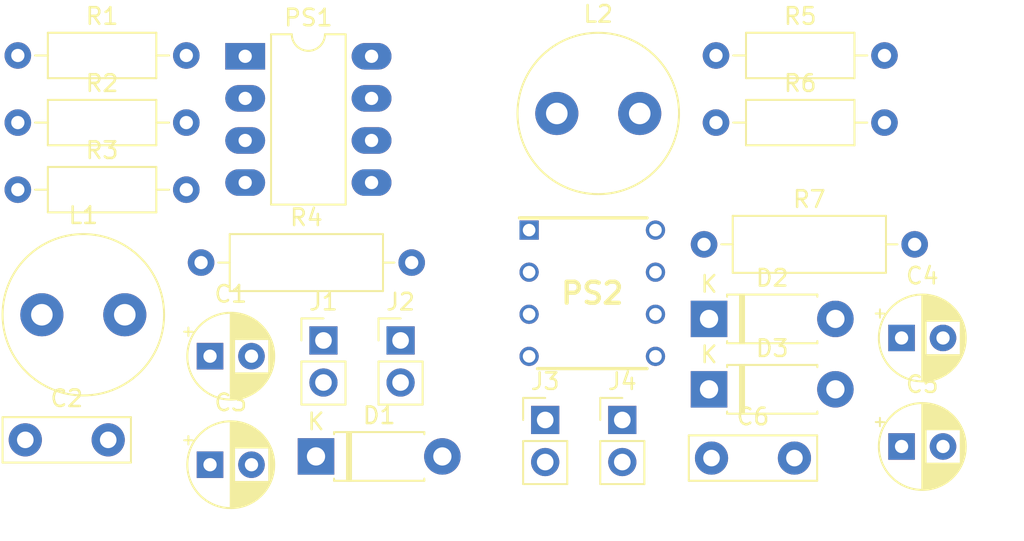
<source format=kicad_pcb>
(kicad_pcb (version 20240108) (generator "pcbnew") (generator_version "8.0")
  (layers (0 "F.Cu" signal) (31 "B.Cu" signal) (34 "B.Paste" user) (35 "F.Paste" user) (36 "B.SilkS" user "B.Silkscreen") (37 "F.SilkS" user "F.Silkscreen") (38 "B.Mask" user) (39 "F.Mask" user) (44 "Edge.Cuts" user))
  (net 0 "")
  (net 1 "VinB")
  (net 2 "GNDB")
  (net 3 "Net-(PS1-CT)")
  (net 4 "VoutB")
  (net 5 "GNDI")
  (net 6 "VoutI")
  (net 7 "VinI")
  (net 8 "Net-(PS2-CT)")
  (net 9 "Net-(D1-A)")
  (net 10 "Net-(D2-K)")
  (net 11 "Net-(D3-A)")
  (net 12 "Net-(PS1-SI)")
  (net 13 "Net-(PS1-CD)")
  (net 14 "Net-(PS1-IN+)")
  (net 15 "Net-(PS2-CD)")
  (net 16 "Net-(PS2-IN+)")
  (footprint "Capacitor_THT:CP_Radial_D5.0mm_P2.50mm" (layer "F.Cu") (at 141.772 68.326)
    (property "Reference" "C5" (at 1.25 -3.75 0) (layer "F.SilkS"))
    (property "Value" "100uF/25V")
    (pad "1" thru_hole rect (at 0 0) (size 1.6 1.6) (drill 0.8) (layers "*.Cu" "*.Mask") (net 7 "VinI"))
    (pad "2" thru_hole circle (at 2.5 0) (size 1.6 1.6) (drill 0.8) (layers "*.Cu" "*.Mask") (net 5 "GNDI"))
  )
  (footprint "Diode_THT:D_DO-41_SOD81_P7.62mm_Horizontal" (layer "F.Cu") (at 130.162225 64.876)
    (property "Reference" "D3" (at 3.81 -2.47 0) (layer "F.SilkS"))
    (property "Value" "D_Schottky")
    (fp_text user "K" (at 0 -2.1 0) (layer "F.SilkS"))
    (pad "1" thru_hole rect (at 0 0) (size 2.2 2.2) (drill 1.1) (layers "*.Cu" "*.Mask") (net 10 "Net-(D2-K)"))
    (pad "2" thru_hole oval (at 7.62 0) (size 2.2 2.2) (drill 1.1) (layers "*.Cu" "*.Mask") (net 11 "Net-(D3-A)"))
  )
  (footprint "Resistor_THT:R_Axial_DIN0207_L6.3mm_D2.5mm_P10.16mm_Horizontal" (layer "F.Cu") (at 88.482225 48.776)
    (property "Reference" "R2" (at 5.08 -2.37 0) (layer "F.SilkS"))
    (property "Value" "13K")
    (pad "1" thru_hole circle (at 0 0) (size 1.6 1.6) (drill 0.8) (layers "*.Cu" "*.Mask") (net 4 "VoutB"))
    (pad "2" thru_hole oval (at 10.16 0) (size 1.6 1.6) (drill 0.8) (layers "*.Cu" "*.Mask") (net 14 "Net-(PS1-IN+)"))
  )
  (footprint "Capacitor_THT:CP_Radial_D5.0mm_P2.50mm" (layer "F.Cu") (at 141.772 61.776)
    (property "Reference" "C4" (at 1.25 -3.75 0) (layer "F.SilkS"))
    (property "Value" "Co_1000uF/25V")
    (pad "1" thru_hole rect (at 0 0) (size 1.6 1.6) (drill 0.8) (layers "*.Cu" "*.Mask") (net 5 "GNDI"))
    (pad "2" thru_hole circle (at 2.5 0) (size 1.6 1.6) (drill 0.8) (layers "*.Cu" "*.Mask") (net 6 "VoutI"))
  )
  (footprint "Connector_PinHeader_2.54mm:PinHeader_1x02_P2.54mm_Vertical" (layer "F.Cu") (at 106.912225 61.926)
    (property "Reference" "J1" (at 0 -2.33 0) (layer "F.SilkS"))
    (property "Value" "Conn_01x02")
    (pad "1" thru_hole rect (at 0 0) (size 1.7 1.7) (drill 1) (layers "*.Cu" "*.Mask") (net 1 "VinB"))
    (pad "2" thru_hole oval (at 0 2.54) (size 1.7 1.7) (drill 1) (layers "*.Cu" "*.Mask") (net 2 "GNDB"))
  )
  (footprint "Resistor_THT:R_Axial_DIN0207_L6.3mm_D2.5mm_P10.16mm_Horizontal" (layer "F.Cu") (at 88.482225 44.726)
    (property "Reference" "R1" (at 5.08 -2.37 0) (layer "F.SilkS"))
    (property "Value" "180")
    (pad "1" thru_hole circle (at 0 0) (size 1.6 1.6) (drill 0.8) (layers "*.Cu" "*.Mask") (net 13 "Net-(PS1-CD)"))
    (pad "2" thru_hole oval (at 10.16 0) (size 1.6 1.6) (drill 0.8) (layers "*.Cu" "*.Mask") (net 12 "Net-(PS1-SI)"))
  )
  (footprint "Diode_THT:D_DO-41_SOD81_P7.62mm_Horizontal" (layer "F.Cu") (at 130.162225 60.626)
    (property "Reference" "D2" (at 3.81 -2.47 0) (layer "F.SilkS"))
    (property "Value" "D_Schottky")
    (fp_text user "K" (at 0 -2.1 0) (layer "F.SilkS"))
    (pad "1" thru_hole rect (at 0 0) (size 2.2 2.2) (drill 1.1) (layers "*.Cu" "*.Mask") (net 10 "Net-(D2-K)"))
    (pad "2" thru_hole oval (at 7.62 0) (size 2.2 2.2) (drill 1.1) (layers "*.Cu" "*.Mask") (net 6 "VoutI"))
  )
  (footprint "Capacitor_THT:C_Disc_D7.5mm_W2.5mm_P5.00mm" (layer "F.Cu") (at 130.312225 69.026)
    (property "Reference" "C6" (at 2.5 -2.5 0) (layer "F.SilkS"))
    (property "Value" "Ct_480pF")
    (pad "1" thru_hole circle (at 0 0) (size 2 2) (drill 1) (layers "*.Cu" "*.Mask") (net 6 "VoutI"))
    (pad "2" thru_hole circle (at 5 0) (size 2 2) (drill 1) (layers "*.Cu" "*.Mask") (net 8 "Net-(PS2-CT)"))
  )
  (footprint "SamacSys_Parts:DIP762W56P254L880H425Q8N" (layer "F.Cu") (at 123.122225 59.076)
    (property "Reference" "PS2" (at 0 0 0) (layer "F.SilkS") (effects (font (size 1.27 1.27) (thickness 0.254))))
    (property "Value" "NJM2374AD" (hide yes))
    (pad "1" thru_hole rect (at -3.81 -3.81) (size 1.16 1.16) (drill 0.76) (layers "*.Cu" "*.Mask") (net 15 "Net-(PS2-CD)"))
    (pad "2" thru_hole circle (at -3.81 -1.27) (size 1.16 1.16) (drill 0.76) (layers "*.Cu" "*.Mask") (net 11 "Net-(D3-A)"))
    (pad "3" thru_hole circle (at -3.81 1.27) (size 1.16 1.16) (drill 0.76) (layers "*.Cu" "*.Mask") (net 8 "Net-(PS2-CT)"))
    (pad "4" thru_hole circle (at -3.81 3.81) (size 1.16 1.16) (drill 0.76) (layers "*.Cu" "*.Mask") (net 6 "VoutI"))
    (pad "5" thru_hole circle (at 3.81 3.81) (size 1.16 1.16) (drill 0.76) (layers "*.Cu" "*.Mask") (net 16 "Net-(PS2-IN+)"))
    (pad "6" thru_hole circle (at 3.81 1.27) (size 1.16 1.16) (drill 0.76) (layers "*.Cu" "*.Mask") (net 7 "VinI"))
    (pad "7" thru_hole circle (at 3.81 -1.27) (size 1.16 1.16) (drill 0.76) (layers "*.Cu" "*.Mask") (net 15 "Net-(PS2-CD)"))
    (pad "8" thru_hole circle (at 3.81 -3.81) (size 1.16 1.16) (drill 0.76) (layers "*.Cu" "*.Mask") (net 15 "Net-(PS2-CD)"))
  )
  (footprint "Resistor_THT:R_Axial_DIN0207_L6.3mm_D2.5mm_P10.16mm_Horizontal" (layer "F.Cu") (at 130.582225 44.726)
    (property "Reference" "R5" (at 5.08 -2.37 0) (layer "F.SilkS"))
    (property "Value" "1.5K")
    (pad "1" thru_hole circle (at 0 0) (size 1.6 1.6) (drill 0.8) (layers "*.Cu" "*.Mask") (net 6 "VoutI"))
    (pad "2" thru_hole oval (at 10.16 0) (size 1.6 1.6) (drill 0.8) (layers "*.Cu" "*.Mask") (net 16 "Net-(PS2-IN+)"))
  )
  (footprint "Package_DIP:DIP-8_W7.62mm_LongPads" (layer "F.Cu") (at 102.192225 44.776)
    (property "Reference" "PS1" (at 3.81 -2.33 0) (layer "F.SilkS"))
    (property "Value" "NJM2374AD")
    (pad "1" thru_hole rect (at 0 0) (size 2.4 1.6) (drill 0.8) (layers "*.Cu" "*.Mask") (net 9 "Net-(D1-A)"))
    (pad "2" thru_hole oval (at 0 2.54) (size 2.4 1.6) (drill 0.8) (layers "*.Cu" "*.Mask") (net 2 "GNDB"))
    (pad "3" thru_hole oval (at 0 5.08) (size 2.4 1.6) (drill 0.8) (layers "*.Cu" "*.Mask") (net 3 "Net-(PS1-CT)"))
    (pad "4" thru_hole oval (at 0 7.62) (size 2.4 1.6) (drill 0.8) (layers "*.Cu" "*.Mask") (net 2 "GNDB"))
    (pad "5" thru_hole oval (at 7.62 7.62) (size 2.4 1.6) (drill 0.8) (layers "*.Cu" "*.Mask") (net 14 "Net-(PS1-IN+)"))
    (pad "6" thru_hole oval (at 7.62 5.08) (size 2.4 1.6) (drill 0.8) (layers "*.Cu" "*.Mask") (net 1 "VinB"))
    (pad "7" thru_hole oval (at 7.62 2.54) (size 2.4 1.6) (drill 0.8) (layers "*.Cu" "*.Mask") (net 12 "Net-(PS1-SI)"))
    (pad "8" thru_hole oval (at 7.62 0) (size 2.4 1.6) (drill 0.8) (layers "*.Cu" "*.Mask") (net 13 "Net-(PS1-CD)"))
  )
  (footprint "Diode_THT:D_DO-41_SOD81_P7.62mm_Horizontal" (layer "F.Cu") (at 106.462225 68.926)
    (property "Reference" "D1" (at 3.81 -2.47 0) (layer "F.SilkS"))
    (property "Value" "D_Schottky")
    (fp_text user "K" (at 0 -2.1 0) (layer "F.SilkS"))
    (pad "1" thru_hole rect (at 0 0) (size 2.2 2.2) (drill 1.1) (layers "*.Cu" "*.Mask") (net 4 "VoutB"))
    (pad "2" thru_hole oval (at 7.62 0) (size 2.2 2.2) (drill 1.1) (layers "*.Cu" "*.Mask") (net 9 "Net-(D1-A)"))
  )
  (footprint "Inductor_THT:L_Radial_D9.5mm_P5.00mm_Fastron_07HVP" (layer "F.Cu") (at 120.982225 48.226)
    (property "Reference" "L2" (at 2.5 -6 0) (layer "F.SilkS"))
    (property "Value" "200uH")
    (pad "1" thru_hole circle (at 0 0) (size 2.6 2.6) (drill 1.3) (layers "*.Cu" "*.Mask") (net 5 "GNDI"))
    (pad "2" thru_hole circle (at 5 0) (size 2.6 2.6) (drill 1.3) (layers "*.Cu" "*.Mask") (net 10 "Net-(D2-K)"))
  )
  (footprint "Resistor_THT:R_Axial_DIN0309_L9.0mm_D3.2mm_P12.70mm_Horizontal" (layer "F.Cu") (at 99.532225 57.226)
    (property "Reference" "R4" (at 6.35 -2.72 0) (layer "F.SilkS"))
    (property "Value" "Rsc_1ohm/1W")
    (pad "1" thru_hole circle (at 0 0) (size 1.6 1.6) (drill 0.8) (layers "*.Cu" "*.Mask") (net 12 "Net-(PS1-SI)"))
    (pad "2" thru_hole oval (at 12.7 0) (size 1.6 1.6) (drill 0.8) (layers "*.Cu" "*.Mask") (net 1 "VinB"))
  )
  (footprint "Resistor_THT:R_Axial_DIN0309_L9.0mm_D3.2mm_P12.70mm_Horizontal" (layer "F.Cu") (at 129.862225 56.126)
    (property "Reference" "R7" (at 6.35 -2.72 0) (layer "F.SilkS"))
    (property "Value" "Rsc_0.56ohm/1W")
    (pad "1" thru_hole circle (at 0 0) (size 1.6 1.6) (drill 0.8) (layers "*.Cu" "*.Mask") (net 15 "Net-(PS2-CD)"))
    (pad "2" thru_hole oval (at 12.7 0) (size 1.6 1.6) (drill 0.8) (layers "*.Cu" "*.Mask") (net 7 "VinI"))
  )
  (footprint "Capacitor_THT:CP_Radial_D5.0mm_P2.50mm" (layer "F.Cu") (at 100.072 69.426)
    (property "Reference" "C3" (at 1.25 -3.75 0) (layer "F.SilkS"))
    (property "Value" "Co_1000uF/25V")
    (pad "1" thru_hole rect (at 0 0) (size 1.6 1.6) (drill 0.8) (layers "*.Cu" "*.Mask") (net 4 "VoutB"))
    (pad "2" thru_hole circle (at 2.5 0) (size 1.6 1.6) (drill 0.8) (layers "*.Cu" "*.Mask") (net 2 "GNDB"))
  )
  (footprint "Resistor_THT:R_Axial_DIN0207_L6.3mm_D2.5mm_P10.16mm_Horizontal" (layer "F.Cu") (at 88.482225 52.826)
    (property "Reference" "R3" (at 5.08 -2.37 0) (layer "F.SilkS"))
    (property "Value" "1.5K")
    (pad "1" thru_hole circle (at 0 0) (size 1.6 1.6) (drill 0.8) (layers "*.Cu" "*.Mask") (net 14 "Net-(PS1-IN+)"))
    (pad "2" thru_hole oval (at 10.16 0) (size 1.6 1.6) (drill 0.8) (layers "*.Cu" "*.Mask") (net 2 "GNDB"))
  )
  (footprint "Capacitor_THT:CP_Radial_D5.0mm_P2.50mm" (layer "F.Cu") (at 100.072 62.876)
    (property "Reference" "C1" (at 1.25 -3.75 0) (layer "F.SilkS"))
    (property "Value" "100uF/25V")
    (pad "1" thru_hole rect (at 0 0) (size 1.6 1.6) (drill 0.8) (layers "*.Cu" "*.Mask") (net 1 "VinB"))
    (pad "2" thru_hole circle (at 2.5 0) (size 1.6 1.6) (drill 0.8) (layers "*.Cu" "*.Mask") (net 2 "GNDB"))
  )
  (footprint "Capacitor_THT:C_Disc_D7.5mm_W2.5mm_P5.00mm" (layer "F.Cu") (at 88.932225 67.926)
    (property "Reference" "C2" (at 2.5 -2.5 0) (layer "F.SilkS"))
    (property "Value" "Ct_140pF")
    (pad "1" thru_hole circle (at 0 0) (size 2 2) (drill 1) (layers "*.Cu" "*.Mask") (net 2 "GNDB"))
    (pad "2" thru_hole circle (at 5 0) (size 2 2) (drill 1) (layers "*.Cu" "*.Mask") (net 3 "Net-(PS1-CT)"))
  )
  (footprint "Connector_PinHeader_2.54mm:PinHeader_1x02_P2.54mm_Vertical" (layer "F.Cu") (at 111.562225 61.926)
    (property "Reference" "J2" (at 0 -2.33 0) (layer "F.SilkS"))
    (property "Value" "Conn_01x02")
    (pad "1" thru_hole rect (at 0 0) (size 1.7 1.7) (drill 1) (layers "*.Cu" "*.Mask") (net 4 "VoutB"))
    (pad "2" thru_hole oval (at 0 2.54) (size 1.7 1.7) (drill 1) (layers "*.Cu" "*.Mask") (net 2 "GNDB"))
  )
  (footprint "Resistor_THT:R_Axial_DIN0207_L6.3mm_D2.5mm_P10.16mm_Horizontal" (layer "F.Cu") (at 130.582225 48.776)
    (property "Reference" "R6" (at 5.08 -2.37 0) (layer "F.SilkS"))
    (property "Value" "13K")
    (pad "1" thru_hole circle (at 0 0) (size 1.6 1.6) (drill 0.8) (layers "*.Cu" "*.Mask") (net 16 "Net-(PS2-IN+)"))
    (pad "2" thru_hole oval (at 10.16 0) (size 1.6 1.6) (drill 0.8) (layers "*.Cu" "*.Mask") (net 5 "GNDI"))
  )
  (footprint "Connector_PinHeader_2.54mm:PinHeader_1x02_P2.54mm_Vertical" (layer "F.Cu") (at 124.932225 66.726)
    (property "Reference" "J4" (at 0 -2.33 0) (layer "F.SilkS"))
    (property "Value" "Conn_01x02")
    (pad "1" thru_hole rect (at 0 0) (size 1.7 1.7) (drill 1) (layers "*.Cu" "*.Mask") (net 6 "VoutI"))
    (pad "2" thru_hole oval (at 0 2.54) (size 1.7 1.7) (drill 1) (layers "*.Cu" "*.Mask") (net 5 "GNDI"))
  )
  (footprint "Connector_PinHeader_2.54mm:PinHeader_1x02_P2.54mm_Vertical" (layer "F.Cu") (at 120.282225 66.726)
    (property "Reference" "J3" (at 0 -2.33 0) (layer "F.SilkS"))
    (property "Value" "Conn_01x02")
    (pad "1" thru_hole rect (at 0 0) (size 1.7 1.7) (drill 1) (layers "*.Cu" "*.Mask") (net 7 "VinI"))
    (pad "2" thru_hole oval (at 0 2.54) (size 1.7 1.7) (drill 1) (layers "*.Cu" "*.Mask") (net 5 "GNDI"))
  )
  (footprint "Inductor_THT:L_Radial_D9.5mm_P5.00mm_Fastron_07HVP" (layer "F.Cu") (at 89.932225 60.376)
    (property "Reference" "L1" (at 2.5 -6 0) (layer "F.SilkS"))
    (property "Value" "98uH")
    (pad "1" thru_hole circle (at 0 0) (size 2.6 2.6) (drill 1.3) (layers "*.Cu" "*.Mask") (net 9 "Net-(D1-A)"))
    (pad "2" thru_hole circle (at 5 0) (size 2.6 2.6) (drill 1.3) (layers "*.Cu" "*.Mask") (net 12 "Net-(PS1-SI)"))
  )
)
</source>
